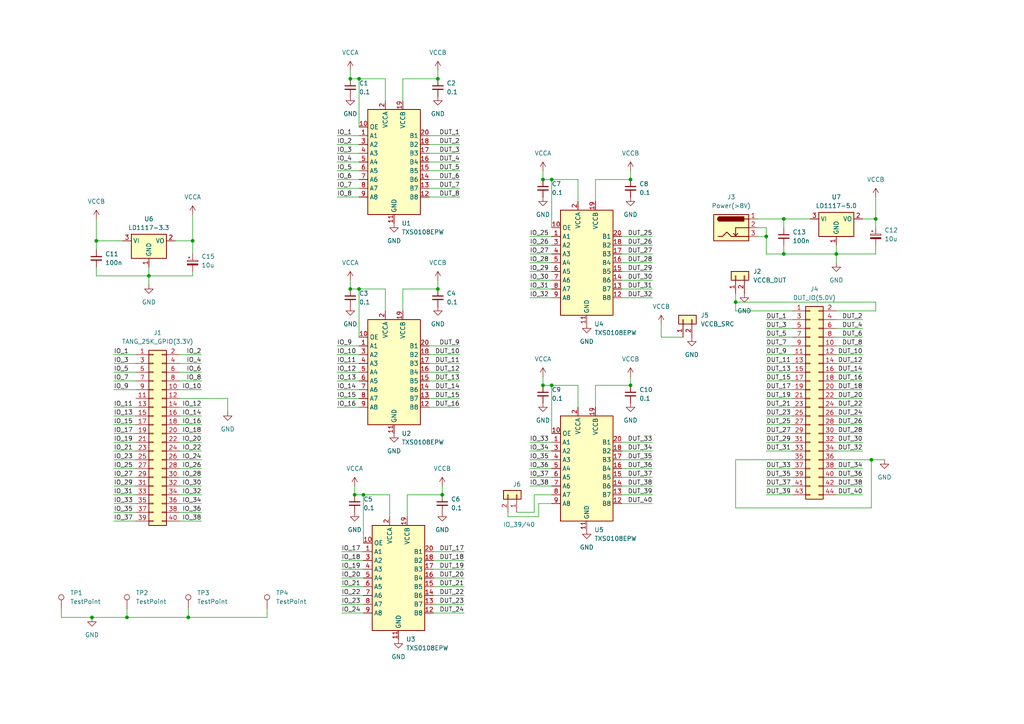
<source format=kicad_sch>
(kicad_sch (version 20231120) (generator "eeschema") (generator_version "8.0")
  (paper "A4")
  (lib_symbols
    (symbol "Connector:Barrel_Jack_Switch_Pin3Ring" (pin_names hide)
      (property "Reference" "J" (at 0 5.334 0))
      (property "Value" "Barrel_Jack_Switch_Pin3Ring" (at 0 -5.08 0))
      (symbol "Barrel_Jack_Switch_Pin3Ring_1_1"
        (pin passive line (at 7.62 2.54 180) (length 2.54) (name "~") (number "1"))
        (pin passive line (at 7.62 0 180) (length 2.54) (name "~") (number "2"))
        (pin passive line (at 7.62 -2.54 180) (length 2.54) (name "~") (number "3"))
      )
    )
    (symbol "Connector:TestPoint" (pin_numbers hide) (pin_names (offset 0.762) hide)
      (property "Reference" "TP" (at 0 6.858 0))
      (property "Value" "TestPoint" (at 0 5.08 0))
      (symbol "TestPoint_1_1"
        (pin passive line (at 0 0 90) (length 2.54) (name "1") (number "1"))
      )
    )
    (symbol "Connector_Generic:Conn_01x02" (pin_names (offset 1.016) hide)
      (property "Reference" "J" (at 0 2.54 0))
      (property "Value" "Conn_01x02" (at 0 -5.08 0))
      (symbol "Conn_01x02_1_1"
        (pin passive line (at -5.08 0 0) (length 3.81) (name "Pin_1") (number "1"))
        (pin passive line (at -5.08 -2.54 0) (length 3.81) (name "Pin_2") (number "2"))
      )
    )
    (symbol "Connector_Generic:Conn_02x20_Odd_Even" (pin_names (offset 1.016) hide)
      (property "Reference" "J" (at 1.27 25.4 0))
      (property "Value" "Conn_02x20_Odd_Even" (at 1.27 -27.94 0))
      (symbol "Conn_02x20_Odd_Even_1_1"
        (pin passive line (at -5.08 22.86 0) (length 3.81) (name "Pin_1") (number "1"))
        (pin passive line (at 7.62 12.7 180) (length 3.81) (name "Pin_10") (number "10"))
        (pin passive line (at -5.08 10.16 0) (length 3.81) (name "Pin_11") (number "11"))
        (pin passive line (at 7.62 10.16 180) (length 3.81) (name "Pin_12") (number "12"))
        (pin passive line (at -5.08 7.62 0) (length 3.81) (name "Pin_13") (number "13"))
        (pin passive line (at 7.62 7.62 180) (length 3.81) (name "Pin_14") (number "14"))
        (pin passive line (at -5.08 5.08 0) (length 3.81) (name "Pin_15") (number "15"))
        (pin passive line (at 7.62 5.08 180) (length 3.81) (name "Pin_16") (number "16"))
        (pin passive line (at -5.08 2.54 0) (length 3.81) (name "Pin_17") (number "17"))
        (pin passive line (at 7.62 2.54 180) (length 3.81) (name "Pin_18") (number "18"))
        (pin passive line (at -5.08 0 0) (length 3.81) (name "Pin_19") (number "19"))
        (pin passive line (at 7.62 22.86 180) (length 3.81) (name "Pin_2") (number "2"))
        (pin passive line (at 7.62 0 180) (length 3.81) (name "Pin_20") (number "20"))
        (pin passive line (at -5.08 -2.54 0) (length 3.81) (name "Pin_21") (number "21"))
        (pin passive line (at 7.62 -2.54 180) (length 3.81) (name "Pin_22") (number "22"))
        (pin passive line (at -5.08 -5.08 0) (length 3.81) (name "Pin_23") (number "23"))
        (pin passive line (at 7.62 -5.08 180) (length 3.81) (name "Pin_24") (number "24"))
        (pin passive line (at -5.08 -7.62 0) (length 3.81) (name "Pin_25") (number "25"))
        (pin passive line (at 7.62 -7.62 180) (length 3.81) (name "Pin_26") (number "26"))
        (pin passive line (at -5.08 -10.16 0) (length 3.81) (name "Pin_27") (number "27"))
        (pin passive line (at 7.62 -10.16 180) (length 3.81) (name "Pin_28") (number "28"))
        (pin passive line (at -5.08 -12.7 0) (length 3.81) (name "Pin_29") (number "29"))
        (pin passive line (at -5.08 20.32 0) (length 3.81) (name "Pin_3") (number "3"))
        (pin passive line (at 7.62 -12.7 180) (length 3.81) (name "Pin_30") (number "30"))
        (pin passive line (at -5.08 -15.24 0) (length 3.81) (name "Pin_31") (number "31"))
        (pin passive line (at 7.62 -15.24 180) (length 3.81) (name "Pin_32") (number "32"))
        (pin passive line (at -5.08 -17.78 0) (length 3.81) (name "Pin_33") (number "33"))
        (pin passive line (at 7.62 -17.78 180) (length 3.81) (name "Pin_34") (number "34"))
        (pin passive line (at -5.08 -20.32 0) (length 3.81) (name "Pin_35") (number "35"))
        (pin passive line (at 7.62 -20.32 180) (length 3.81) (name "Pin_36") (number "36"))
        (pin passive line (at -5.08 -22.86 0) (length 3.81) (name "Pin_37") (number "37"))
        (pin passive line (at 7.62 -22.86 180) (length 3.81) (name "Pin_38") (number "38"))
        (pin passive line (at -5.08 -25.4 0) (length 3.81) (name "Pin_39") (number "39"))
        (pin passive line (at 7.62 20.32 180) (length 3.81) (name "Pin_4") (number "4"))
        (pin passive line (at 7.62 -25.4 180) (length 3.81) (name "Pin_40") (number "40"))
        (pin passive line (at -5.08 17.78 0) (length 3.81) (name "Pin_5") (number "5"))
        (pin passive line (at 7.62 17.78 180) (length 3.81) (name "Pin_6") (number "6"))
        (pin passive line (at -5.08 15.24 0) (length 3.81) (name "Pin_7") (number "7"))
        (pin passive line (at 7.62 15.24 180) (length 3.81) (name "Pin_8") (number "8"))
        (pin passive line (at -5.08 12.7 0) (length 3.81) (name "Pin_9") (number "9"))
      )
    )
    (symbol "Connector_Generic:Conn_02x22_Odd_Even" (pin_names (offset 1.016) hide)
      (property "Reference" "J" (at 1.27 27.94 0))
      (property "Value" "Conn_02x22_Odd_Even" (at 1.27 -30.48 0))
      (symbol "Conn_02x22_Odd_Even_1_1"
        (pin passive line (at -5.08 25.4 0) (length 3.81) (name "Pin_1") (number "1"))
        (pin passive line (at 7.62 15.24 180) (length 3.81) (name "Pin_10") (number "10"))
        (pin passive line (at -5.08 12.7 0) (length 3.81) (name "Pin_11") (number "11"))
        (pin passive line (at 7.62 12.7 180) (length 3.81) (name "Pin_12") (number "12"))
        (pin passive line (at -5.08 10.16 0) (length 3.81) (name "Pin_13") (number "13"))
        (pin passive line (at 7.62 10.16 180) (length 3.81) (name "Pin_14") (number "14"))
        (pin passive line (at -5.08 7.62 0) (length 3.81) (name "Pin_15") (number "15"))
        (pin passive line (at 7.62 7.62 180) (length 3.81) (name "Pin_16") (number "16"))
        (pin passive line (at -5.08 5.08 0) (length 3.81) (name "Pin_17") (number "17"))
        (pin passive line (at 7.62 5.08 180) (length 3.81) (name "Pin_18") (number "18"))
        (pin passive line (at -5.08 2.54 0) (length 3.81) (name "Pin_19") (number "19"))
        (pin passive line (at 7.62 25.4 180) (length 3.81) (name "Pin_2") (number "2"))
        (pin passive line (at 7.62 2.54 180) (length 3.81) (name "Pin_20") (number "20"))
        (pin passive line (at -5.08 0 0) (length 3.81) (name "Pin_21") (number "21"))
        (pin passive line (at 7.62 0 180) (length 3.81) (name "Pin_22") (number "22"))
        (pin passive line (at -5.08 -2.54 0) (length 3.81) (name "Pin_23") (number "23"))
        (pin passive line (at 7.62 -2.54 180) (length 3.81) (name "Pin_24") (number "24"))
        (pin passive line (at -5.08 -5.08 0) (length 3.81) (name "Pin_25") (number "25"))
        (pin passive line (at 7.62 -5.08 180) (length 3.81) (name "Pin_26") (number "26"))
        (pin passive line (at -5.08 -7.62 0) (length 3.81) (name "Pin_27") (number "27"))
        (pin passive line (at 7.62 -7.62 180) (length 3.81) (name "Pin_28") (number "28"))
        (pin passive line (at -5.08 -10.16 0) (length 3.81) (name "Pin_29") (number "29"))
        (pin passive line (at -5.08 22.86 0) (length 3.81) (name "Pin_3") (number "3"))
        (pin passive line (at 7.62 -10.16 180) (length 3.81) (name "Pin_30") (number "30"))
        (pin passive line (at -5.08 -12.7 0) (length 3.81) (name "Pin_31") (number "31"))
        (pin passive line (at 7.62 -12.7 180) (length 3.81) (name "Pin_32") (number "32"))
        (pin passive line (at -5.08 -15.24 0) (length 3.81) (name "Pin_33") (number "33"))
        (pin passive line (at 7.62 -15.24 180) (length 3.81) (name "Pin_34") (number "34"))
        (pin passive line (at -5.08 -17.78 0) (length 3.81) (name "Pin_35") (number "35"))
        (pin passive line (at 7.62 -17.78 180) (length 3.81) (name "Pin_36") (number "36"))
        (pin passive line (at -5.08 -20.32 0) (length 3.81) (name "Pin_37") (number "37"))
        (pin passive line (at 7.62 -20.32 180) (length 3.81) (name "Pin_38") (number "38"))
        (pin passive line (at -5.08 -22.86 0) (length 3.81) (name "Pin_39") (number "39"))
        (pin passive line (at 7.62 22.86 180) (length 3.81) (name "Pin_4") (number "4"))
        (pin passive line (at 7.62 -22.86 180) (length 3.81) (name "Pin_40") (number "40"))
        (pin passive line (at -5.08 -25.4 0) (length 3.81) (name "Pin_41") (number "41"))
        (pin passive line (at 7.62 -25.4 180) (length 3.81) (name "Pin_42") (number "42"))
        (pin passive line (at -5.08 -27.94 0) (length 3.81) (name "Pin_43") (number "43"))
        (pin passive line (at 7.62 -27.94 180) (length 3.81) (name "Pin_44") (number "44"))
        (pin passive line (at -5.08 20.32 0) (length 3.81) (name "Pin_5") (number "5"))
        (pin passive line (at 7.62 20.32 180) (length 3.81) (name "Pin_6") (number "6"))
        (pin passive line (at -5.08 17.78 0) (length 3.81) (name "Pin_7") (number "7"))
        (pin passive line (at 7.62 17.78 180) (length 3.81) (name "Pin_8") (number "8"))
        (pin passive line (at -5.08 15.24 0) (length 3.81) (name "Pin_9") (number "9"))
      )
    )
    (symbol "Device:C_Polarized_Small" (pin_numbers hide) (pin_names (offset 0.254) hide)
      (property "Reference" "C" (at 0.254 1.778 0))
      (property "Value" "C_Polarized_Small" (at 0.254 -2.032 0))
      (symbol "C_Polarized_Small_1_1"
        (pin passive line (at 0 2.54 270) (length 1.8542) (name "~") (number "1"))
        (pin passive line (at 0 -2.54 90) (length 1.8542) (name "~") (number "2"))
      )
    )
    (symbol "Device:C_Small" (pin_numbers hide) (pin_names (offset 0.254) hide)
      (property "Reference" "C" (at 0.254 1.778 0))
      (property "Value" "C_Small" (at 0.254 -2.032 0))
      (symbol "C_Small_1_1"
        (pin passive line (at 0 2.54 270) (length 2.032) (name "~") (number "1"))
        (pin passive line (at 0 -2.54 90) (length 2.032) (name "~") (number "2"))
      )
    )
    (symbol "Logic_LevelTranslator:TXS0108EPW"
      (property "Reference" "U" (at -6.35 16.51 0))
      (property "Value" "TXS0108EPW" (at 3.81 16.51 0))
      (symbol "TXS0108EPW_1_1"
        (pin bidirectional line (at -10.16 7.62 0) (length 2.54) (name "A1") (number "1"))
        (pin input line (at -10.16 10.16 0) (length 2.54) (name "OE") (number "10"))
        (pin power_in line (at 0 -17.78 90) (length 2.54) (name "GND") (number "11"))
        (pin bidirectional line (at 10.16 -10.16 180) (length 2.54) (name "B8") (number "12"))
        (pin bidirectional line (at 10.16 -7.62 180) (length 2.54) (name "B7") (number "13"))
        (pin bidirectional line (at 10.16 -5.08 180) (length 2.54) (name "B6") (number "14"))
        (pin bidirectional line (at 10.16 -2.54 180) (length 2.54) (name "B5") (number "15"))
        (pin bidirectional line (at 10.16 0 180) (length 2.54) (name "B4") (number "16"))
        (pin bidirectional line (at 10.16 2.54 180) (length 2.54) (name "B3") (number "17"))
        (pin bidirectional line (at 10.16 5.08 180) (length 2.54) (name "B2") (number "18"))
        (pin power_in line (at 2.54 17.78 270) (length 2.54) (name "VCCB") (number "19"))
        (pin power_in line (at -2.54 17.78 270) (length 2.54) (name "VCCA") (number "2"))
        (pin bidirectional line (at 10.16 7.62 180) (length 2.54) (name "B1") (number "20"))
        (pin bidirectional line (at -10.16 5.08 0) (length 2.54) (name "A2") (number "3"))
        (pin bidirectional line (at -10.16 2.54 0) (length 2.54) (name "A3") (number "4"))
        (pin bidirectional line (at -10.16 0 0) (length 2.54) (name "A4") (number "5"))
        (pin bidirectional line (at -10.16 -2.54 0) (length 2.54) (name "A5") (number "6"))
        (pin bidirectional line (at -10.16 -5.08 0) (length 2.54) (name "A6") (number "7"))
        (pin bidirectional line (at -10.16 -7.62 0) (length 2.54) (name "A7") (number "8"))
        (pin bidirectional line (at -10.16 -10.16 0) (length 2.54) (name "A8") (number "9"))
      )
    )
    (symbol "Regulator_Linear:LD1117S33TR_SOT223"
      (property "Reference" "U" (at -3.81 3.175 0))
      (property "Value" "LD1117S33TR_SOT223" (at 0 3.175 0))
      (symbol "LD1117S33TR_SOT223_1_1"
        (pin power_in line (at 0 -7.62 90) (length 2.54) (name "GND") (number "1"))
        (pin power_out line (at 7.62 0 180) (length 2.54) (name "VO") (number "2"))
        (pin power_in line (at -7.62 0 0) (length 2.54) (name "VI") (number "3"))
      )
    )
    (symbol "Regulator_Linear:LD1117S50TR_SOT223"
      (property "Reference" "U" (at -3.81 3.175 0))
      (property "Value" "LD1117S50TR_SOT223" (at 0 3.175 0))
      (symbol "LD1117S50TR_SOT223_1_1"
        (pin power_in line (at 0 -7.62 90) (length 2.54) (name "GND") (number "1"))
        (pin power_out line (at 7.62 0 180) (length 2.54) (name "VO") (number "2"))
        (pin power_in line (at -7.62 0 0) (length 2.54) (name "VI") (number "3"))
      )
    )
    (symbol "power:GND" (power) (pin_numbers hide) (pin_names (offset 0) hide)
      (property "Value" "GND" (at 0 -3.81 0))
      (symbol "GND_1_1"
        (pin power_in line (at 0 0 270) (length 0) (name "~") (number "1"))
      )
    )
    (symbol "power:VDD" (power) (pin_numbers hide) (pin_names (offset 0) hide)
      (property "Value" "VDD" (at 0 3.556 0))
      (symbol "VDD_1_1"
        (pin power_in line (at 0 0 90) (length 0) (name "~") (number "1"))
      )
    )
  )
  (junction (at 160.02 52.07))
  (junction (at 157.48 111.76))
  (junction (at 101.6 83.82))
  (junction (at 104.14 83.82))
  (junction (at 101.6 22.86))
  (junction (at 127 22.86))
  (junction (at 182.88 52.07))
  (junction (at 43.18 80.01))
  (junction (at 160.02 111.76))
  (junction (at 222.25 68.58))
  (junction (at 128.27 143.51))
  (junction (at 27.94 69.85))
  (junction (at 227.33 73.66))
  (junction (at 252.73 133.35))
  (junction (at 26.67 179.07))
  (junction (at 182.88 111.76))
  (junction (at 36.83 179.07))
  (junction (at 105.41 143.51))
  (junction (at 54.61 179.07))
  (junction (at 254 63.5))
  (junction (at 157.48 52.07))
  (junction (at 242.57 73.66))
  (junction (at 127 83.82))
  (junction (at 104.14 22.86))
  (junction (at 102.87 143.51))
  (junction (at 213.36 87.63))
  (junction (at 227.33 63.5))
  (junction (at 55.88 69.85))
  (wire (pts (xy 33.02 138.43) (xy 39.37 138.43)))
  (wire (pts (xy 97.79 54.61) (xy 104.14 54.61)))
  (wire (pts (xy 125.73 162.56) (xy 134.62 162.56)))
  (wire (pts (xy 52.07 143.51) (xy 58.42 143.51)))
  (wire (pts (xy 242.57 95.25) (xy 250.19 95.25)))
  (wire (pts (xy 222.25 140.97) (xy 229.87 140.97)))
  (wire (pts (xy 180.34 81.28) (xy 189.23 81.28)))
  (wire (pts (xy 153.67 68.58) (xy 160.02 68.58)))
  (wire (pts (xy 124.46 54.61) (xy 133.35 54.61)))
  (wire (pts (xy 147.32 148.59) (xy 147.32 149.86)))
  (wire (pts (xy 182.88 109.22) (xy 182.88 111.76)))
  (wire (pts (xy 52.07 148.59) (xy 58.42 148.59)))
  (wire (pts (xy 111.76 90.17) (xy 111.76 83.82)))
  (wire (pts (xy 160.02 52.07) (xy 157.48 52.07)))
  (wire (pts (xy 52.07 133.35) (xy 58.42 133.35)))
  (wire (pts (xy 52.07 151.13) (xy 58.42 151.13)))
  (wire (pts (xy 33.02 146.05) (xy 39.37 146.05)))
  (wire (pts (xy 125.73 165.1) (xy 134.62 165.1)))
  (wire (pts (xy 222.25 138.43) (xy 229.87 138.43)))
  (wire (pts (xy 180.34 83.82) (xy 189.23 83.82)))
  (wire (pts (xy 167.64 52.07) (xy 160.02 52.07)))
  (wire (pts (xy 116.84 83.82) (xy 127 83.82)))
  (wire (pts (xy 127 20.32) (xy 127 22.86)))
  (wire (pts (xy 52.07 146.05) (xy 58.42 146.05)))
  (wire (pts (xy 213.36 147.32) (xy 252.73 147.32)))
  (wire (pts (xy 153.67 71.12) (xy 160.02 71.12)))
  (wire (pts (xy 229.87 133.35) (xy 213.36 133.35)))
  (wire (pts (xy 116.84 90.17) (xy 116.84 83.82)))
  (wire (pts (xy 97.79 107.95) (xy 104.14 107.95)))
  (wire (pts (xy 222.25 118.11) (xy 229.87 118.11)))
  (wire (pts (xy 50.8 69.85) (xy 55.88 69.85)))
  (wire (pts (xy 35.56 69.85) (xy 27.94 69.85)))
  (wire (pts (xy 124.46 100.33) (xy 133.35 100.33)))
  (wire (pts (xy 254 73.66) (xy 254 71.12)))
  (wire (pts (xy 180.34 128.27) (xy 189.23 128.27)))
  (wire (pts (xy 33.02 143.51) (xy 39.37 143.51)))
  (wire (pts (xy 180.34 133.35) (xy 189.23 133.35)))
  (wire (pts (xy 33.02 148.59) (xy 39.37 148.59)))
  (wire (pts (xy 52.07 138.43) (xy 58.42 138.43)))
  (wire (pts (xy 52.07 130.81) (xy 58.42 130.81)))
  (wire (pts (xy 222.25 105.41) (xy 229.87 105.41)))
  (wire (pts (xy 222.25 113.03) (xy 229.87 113.03)))
  (wire (pts (xy 222.25 100.33) (xy 229.87 100.33)))
  (wire (pts (xy 180.34 138.43) (xy 189.23 138.43)))
  (wire (pts (xy 36.83 179.07) (xy 26.67 179.07)))
  (wire (pts (xy 180.34 140.97) (xy 189.23 140.97)))
  (wire (pts (xy 242.57 107.95) (xy 250.19 107.95)))
  (wire (pts (xy 222.25 120.65) (xy 229.87 120.65)))
  (wire (pts (xy 97.79 100.33) (xy 104.14 100.33)))
  (wire (pts (xy 153.67 140.97) (xy 160.02 140.97)))
  (wire (pts (xy 97.79 115.57) (xy 104.14 115.57)))
  (wire (pts (xy 99.06 160.02) (xy 105.41 160.02)))
  (wire (pts (xy 153.67 73.66) (xy 160.02 73.66)))
  (wire (pts (xy 55.88 62.23) (xy 55.88 69.85)))
  (wire (pts (xy 180.34 86.36) (xy 189.23 86.36)))
  (wire (pts (xy 222.25 107.95) (xy 229.87 107.95)))
  (wire (pts (xy 33.02 118.11) (xy 39.37 118.11)))
  (wire (pts (xy 156.21 146.05) (xy 156.21 149.86)))
  (wire (pts (xy 219.71 68.58) (xy 222.25 68.58)))
  (wire (pts (xy 125.73 172.72) (xy 134.62 172.72)))
  (wire (pts (xy 242.57 130.81) (xy 250.19 130.81)))
  (wire (pts (xy 242.57 76.2) (xy 242.57 73.66)))
  (wire (pts (xy 222.25 97.79) (xy 229.87 97.79)))
  (wire (pts (xy 213.36 133.35) (xy 213.36 147.32)))
  (wire (pts (xy 111.76 29.21) (xy 111.76 22.86)))
  (wire (pts (xy 242.57 138.43) (xy 250.19 138.43)))
  (wire (pts (xy 36.83 179.07) (xy 54.61 179.07)))
  (wire (pts (xy 97.79 39.37) (xy 104.14 39.37)))
  (wire (pts (xy 157.48 109.22) (xy 157.48 111.76)))
  (wire (pts (xy 222.25 102.87) (xy 229.87 102.87)))
  (wire (pts (xy 101.6 20.32) (xy 101.6 22.86)))
  (wire (pts (xy 160.02 111.76) (xy 160.02 125.73)))
  (wire (pts (xy 33.02 133.35) (xy 39.37 133.35)))
  (wire (pts (xy 97.79 105.41) (xy 104.14 105.41)))
  (wire (pts (xy 55.88 80.01) (xy 55.88 78.74)))
  (wire (pts (xy 77.47 179.07) (xy 77.47 176.53)))
  (wire (pts (xy 99.06 167.64) (xy 105.41 167.64)))
  (wire (pts (xy 219.71 66.04) (xy 222.25 66.04)))
  (wire (pts (xy 52.07 128.27) (xy 58.42 128.27)))
  (wire (pts (xy 222.25 128.27) (xy 229.87 128.27)))
  (wire (pts (xy 153.67 130.81) (xy 160.02 130.81)))
  (wire (pts (xy 97.79 44.45) (xy 104.14 44.45)))
  (wire (pts (xy 153.67 133.35) (xy 160.02 133.35)))
  (wire (pts (xy 222.25 125.73) (xy 229.87 125.73)))
  (wire (pts (xy 242.57 92.71) (xy 250.19 92.71)))
  (wire (pts (xy 254 57.15) (xy 254 63.5)))
  (wire (pts (xy 156.21 149.86) (xy 147.32 149.86)))
  (wire (pts (xy 222.25 143.51) (xy 229.87 143.51)))
  (wire (pts (xy 33.02 123.19) (xy 39.37 123.19)))
  (wire (pts (xy 222.25 68.58) (xy 222.25 73.66)))
  (wire (pts (xy 242.57 118.11) (xy 250.19 118.11)))
  (wire (pts (xy 97.79 49.53) (xy 104.14 49.53)))
  (wire (pts (xy 125.73 177.8) (xy 134.62 177.8)))
  (wire (pts (xy 167.64 118.11) (xy 167.64 111.76)))
  (wire (pts (xy 154.94 148.59) (xy 149.86 148.59)))
  (wire (pts (xy 52.07 115.57) (xy 66.04 115.57)))
  (wire (pts (xy 124.46 57.15) (xy 133.35 57.15)))
  (wire (pts (xy 160.02 52.07) (xy 160.02 66.04)))
  (wire (pts (xy 27.94 77.47) (xy 27.94 80.01)))
  (wire (pts (xy 180.34 76.2) (xy 189.23 76.2)))
  (wire (pts (xy 242.57 140.97) (xy 250.19 140.97)))
  (wire (pts (xy 222.25 115.57) (xy 229.87 115.57)))
  (wire (pts (xy 180.34 71.12) (xy 189.23 71.12)))
  (wire (pts (xy 222.25 110.49) (xy 229.87 110.49)))
  (wire (pts (xy 97.79 102.87) (xy 104.14 102.87)))
  (wire (pts (xy 33.02 125.73) (xy 39.37 125.73)))
  (wire (pts (xy 97.79 52.07) (xy 104.14 52.07)))
  (wire (pts (xy 213.36 87.63) (xy 213.36 90.17)))
  (wire (pts (xy 124.46 113.03) (xy 133.35 113.03)))
  (wire (pts (xy 99.06 162.56) (xy 105.41 162.56)))
  (wire (pts (xy 242.57 143.51) (xy 250.19 143.51)))
  (wire (pts (xy 99.06 177.8) (xy 105.41 177.8)))
  (wire (pts (xy 33.02 151.13) (xy 39.37 151.13)))
  (wire (pts (xy 252.73 147.32) (xy 252.73 133.35)))
  (wire (pts (xy 33.02 110.49) (xy 39.37 110.49)))
  (wire (pts (xy 172.72 111.76) (xy 182.88 111.76)))
  (wire (pts (xy 222.25 123.19) (xy 229.87 123.19)))
  (wire (pts (xy 113.03 143.51) (xy 105.41 143.51)))
  (wire (pts (xy 127 81.28) (xy 127 83.82)))
  (wire (pts (xy 125.73 160.02) (xy 134.62 160.02)))
  (wire (pts (xy 222.25 66.04) (xy 222.25 68.58)))
  (wire (pts (xy 97.79 118.11) (xy 104.14 118.11)))
  (wire (pts (xy 33.02 120.65) (xy 39.37 120.65)))
  (wire (pts (xy 52.07 120.65) (xy 58.42 120.65)))
  (wire (pts (xy 125.73 170.18) (xy 134.62 170.18)))
  (wire (pts (xy 160.02 111.76) (xy 157.48 111.76)))
  (wire (pts (xy 242.57 100.33) (xy 250.19 100.33)))
  (wire (pts (xy 52.07 113.03) (xy 58.42 113.03)))
  (wire (pts (xy 153.67 76.2) (xy 160.02 76.2)))
  (wire (pts (xy 124.46 52.07) (xy 133.35 52.07)))
  (wire (pts (xy 99.06 165.1) (xy 105.41 165.1)))
  (wire (pts (xy 102.87 140.97) (xy 102.87 143.51)))
  (wire (pts (xy 55.88 69.85) (xy 55.88 73.66)))
  (wire (pts (xy 111.76 83.82) (xy 104.14 83.82)))
  (wire (pts (xy 242.57 90.17) (xy 254 90.17)))
  (wire (pts (xy 153.67 83.82) (xy 160.02 83.82)))
  (wire (pts (xy 124.46 46.99) (xy 133.35 46.99)))
  (wire (pts (xy 54.61 179.07) (xy 77.47 179.07)))
  (wire (pts (xy 160.02 146.05) (xy 156.21 146.05)))
  (wire (pts (xy 52.07 105.41) (xy 58.42 105.41)))
  (wire (pts (xy 99.06 170.18) (xy 105.41 170.18)))
  (wire (pts (xy 105.41 143.51) (xy 102.87 143.51)))
  (wire (pts (xy 213.36 85.09) (xy 213.36 87.63)))
  (wire (pts (xy 242.57 97.79) (xy 250.19 97.79)))
  (wire (pts (xy 242.57 123.19) (xy 250.19 123.19)))
  (wire (pts (xy 116.84 29.21) (xy 116.84 22.86)))
  (wire (pts (xy 167.64 111.76) (xy 160.02 111.76)))
  (wire (pts (xy 124.46 102.87) (xy 133.35 102.87)))
  (wire (pts (xy 124.46 39.37) (xy 133.35 39.37)))
  (wire (pts (xy 180.34 78.74) (xy 189.23 78.74)))
  (wire (pts (xy 242.57 135.89) (xy 250.19 135.89)))
  (wire (pts (xy 97.79 46.99) (xy 104.14 46.99)))
  (wire (pts (xy 222.25 92.71) (xy 229.87 92.71)))
  (wire (pts (xy 180.34 68.58) (xy 189.23 68.58)))
  (wire (pts (xy 153.67 81.28) (xy 160.02 81.28)))
  (wire (pts (xy 17.78 176.53) (xy 17.78 179.07)))
  (wire (pts (xy 182.88 49.53) (xy 182.88 52.07)))
  (wire (pts (xy 33.02 113.03) (xy 39.37 113.03)))
  (wire (pts (xy 43.18 80.01) (xy 43.18 77.47)))
  (wire (pts (xy 97.79 41.91) (xy 104.14 41.91)))
  (wire (pts (xy 153.67 135.89) (xy 160.02 135.89)))
  (wire (pts (xy 180.34 143.51) (xy 189.23 143.51)))
  (wire (pts (xy 154.94 143.51) (xy 154.94 148.59)))
  (wire (pts (xy 153.67 128.27) (xy 160.02 128.27)))
  (wire (pts (xy 52.07 140.97) (xy 58.42 140.97)))
  (wire (pts (xy 242.57 128.27) (xy 250.19 128.27)))
  (wire (pts (xy 52.07 110.49) (xy 58.42 110.49)))
  (wire (pts (xy 172.72 118.11) (xy 172.72 111.76)))
  (wire (pts (xy 33.02 140.97) (xy 39.37 140.97)))
  (wire (pts (xy 180.34 146.05) (xy 189.23 146.05)))
  (wire (pts (xy 27.94 69.85) (xy 27.94 72.39)))
  (wire (pts (xy 254 87.63) (xy 213.36 87.63)))
  (wire (pts (xy 172.72 52.07) (xy 182.88 52.07)))
  (wire (pts (xy 125.73 175.26) (xy 134.62 175.26)))
  (wire (pts (xy 104.14 22.86) (xy 104.14 36.83)))
  (wire (pts (xy 124.46 118.11) (xy 133.35 118.11)))
  (wire (pts (xy 153.67 78.74) (xy 160.02 78.74)))
  (wire (pts (xy 66.04 115.57) (xy 66.04 119.38)))
  (wire (pts (xy 43.18 82.55) (xy 43.18 80.01)))
  (wire (pts (xy 52.07 135.89) (xy 58.42 135.89)))
  (wire (pts (xy 111.76 22.86) (xy 104.14 22.86)))
  (wire (pts (xy 52.07 125.73) (xy 58.42 125.73)))
  (wire (pts (xy 125.73 167.64) (xy 134.62 167.64)))
  (wire (pts (xy 172.72 58.42) (xy 172.72 52.07)))
  (wire (pts (xy 33.02 105.41) (xy 39.37 105.41)))
  (wire (pts (xy 222.25 95.25) (xy 229.87 95.25)))
  (wire (pts (xy 222.25 73.66) (xy 227.33 73.66)))
  (wire (pts (xy 33.02 107.95) (xy 39.37 107.95)))
  (wire (pts (xy 242.57 110.49) (xy 250.19 110.49)))
  (wire (pts (xy 242.57 115.57) (xy 250.19 115.57)))
  (wire (pts (xy 157.48 49.53) (xy 157.48 52.07)))
  (wire (pts (xy 222.25 130.81) (xy 229.87 130.81)))
  (wire (pts (xy 124.46 115.57) (xy 133.35 115.57)))
  (wire (pts (xy 160.02 143.51) (xy 154.94 143.51)))
  (wire (pts (xy 242.57 125.73) (xy 250.19 125.73)))
  (wire (pts (xy 219.71 63.5) (xy 227.33 63.5)))
  (wire (pts (xy 252.73 133.35) (xy 256.54 133.35)))
  (wire (pts (xy 27.94 80.01) (xy 43.18 80.01)))
  (wire (pts (xy 180.34 135.89) (xy 189.23 135.89)))
  (wire (pts (xy 113.03 149.86) (xy 113.03 143.51)))
  (wire (pts (xy 118.11 143.51) (xy 128.27 143.51)))
  (wire (pts (xy 124.46 107.95) (xy 133.35 107.95)))
  (wire (pts (xy 242.57 105.41) (xy 250.19 105.41)))
  (wire (pts (xy 191.77 93.98) (xy 191.77 97.79)))
  (wire (pts (xy 33.02 130.81) (xy 39.37 130.81)))
  (wire (pts (xy 54.61 176.53) (xy 54.61 179.07)))
  (wire (pts (xy 242.57 73.66) (xy 242.57 71.12)))
  (wire (pts (xy 153.67 86.36) (xy 160.02 86.36)))
  (wire (pts (xy 52.07 107.95) (xy 58.42 107.95)))
  (wire (pts (xy 33.02 102.87) (xy 39.37 102.87)))
  (wire (pts (xy 99.06 175.26) (xy 105.41 175.26)))
  (wire (pts (xy 153.67 138.43) (xy 160.02 138.43)))
  (wire (pts (xy 52.07 123.19) (xy 58.42 123.19)))
  (wire (pts (xy 213.36 90.17) (xy 229.87 90.17)))
  (wire (pts (xy 180.34 130.81) (xy 189.23 130.81)))
  (wire (pts (xy 124.46 41.91) (xy 133.35 41.91)))
  (wire (pts (xy 99.06 172.72) (xy 105.41 172.72)))
  (wire (pts (xy 124.46 49.53) (xy 133.35 49.53)))
  (wire (pts (xy 227.33 63.5) (xy 227.33 66.04)))
  (wire (pts (xy 254 63.5) (xy 254 66.04)))
  (wire (pts (xy 52.07 102.87) (xy 58.42 102.87)))
  (wire (pts (xy 128.27 140.97) (xy 128.27 143.51)))
  (wire (pts (xy 250.19 63.5) (xy 254 63.5)))
  (wire (pts (xy 227.33 71.12) (xy 227.33 73.66)))
  (wire (pts (xy 104.14 22.86) (xy 101.6 22.86)))
  (wire (pts (xy 242.57 73.66) (xy 254 73.66)))
  (wire (pts (xy 191.77 97.79) (xy 198.12 97.79)))
  (wire (pts (xy 124.46 105.41) (xy 133.35 105.41)))
  (wire (pts (xy 97.79 57.15) (xy 104.14 57.15)))
  (wire (pts (xy 222.25 135.89) (xy 229.87 135.89)))
  (wire (pts (xy 104.14 83.82) (xy 101.6 83.82)))
  (wire (pts (xy 27.94 63.5) (xy 27.94 69.85)))
  (wire (pts (xy 105.41 143.51) (xy 105.41 157.48)))
  (wire (pts (xy 242.57 133.35) (xy 252.73 133.35)))
  (wire (pts (xy 104.14 83.82) (xy 104.14 97.79)))
  (wire (pts (xy 242.57 120.65) (xy 250.19 120.65)))
  (wire (pts (xy 101.6 81.28) (xy 101.6 83.82)))
  (wire (pts (xy 234.95 63.5) (xy 227.33 63.5)))
  (wire (pts (xy 124.46 110.49) (xy 133.35 110.49)))
  (wire (pts (xy 43.18 80.01) (xy 55.88 80.01)))
  (wire (pts (xy 36.83 176.53) (xy 36.83 179.07)))
  (wire (pts (xy 52.07 118.11) (xy 58.42 118.11)))
  (wire (pts (xy 242.57 102.87) (xy 250.19 102.87)))
  (wire (pts (xy 17.78 179.07) (xy 26.67 179.07)))
  (wire (pts (xy 97.79 113.03) (xy 104.14 113.03)))
  (wire (pts (xy 33.02 128.27) (xy 39.37 128.27)))
  (wire (pts (xy 242.57 113.03) (xy 250.19 113.03)))
  (wire (pts (xy 116.84 22.86) (xy 127 22.86)))
  (wire (pts (xy 97.79 110.49) (xy 104.14 110.49)))
  (wire (pts (xy 124.46 44.45) (xy 133.35 44.45)))
  (wire (pts (xy 227.33 73.66) (xy 242.57 73.66)))
  (wire (pts (xy 254 90.17) (xy 254 87.63)))
  (wire (pts (xy 180.34 73.66) (xy 189.23 73.66)))
  (wire (pts (xy 167.64 58.42) (xy 167.64 52.07)))
  (wire (pts (xy 33.02 135.89) (xy 39.37 135.89)))
  (wire (pts (xy 118.11 149.86) (xy 118.11 143.51)))
  (label "DUT_32" (at 189.23 86.36 180))
  (label "DUT_35" (at 222.25 138.43 0))
  (label "DUT_1" (at 133.35 39.37 180))
  (label "IO_36" (at 153.67 135.89 0))
  (label "DUT_34" (at 189.23 130.81 180))
  (label "DUT_32" (at 250.19 130.81 180))
  (label "IO_13" (at 33.02 120.65 0))
  (label "DUT_11" (at 222.25 105.41 0))
  (label "DUT_40" (at 189.23 146.05 180))
  (label "DUT_5" (at 133.35 49.53 180))
  (label "IO_23" (at 33.02 133.35 0))
  (label "IO_20" (at 58.42 128.27 180))
  (label "IO_7" (at 97.79 54.61 0))
  (label "DUT_14" (at 250.19 107.95 180))
  (label "IO_37" (at 33.02 151.13 0))
  (label "DUT_7" (at 133.35 54.61 180))
  (label "IO_15" (at 97.79 115.57 0))
  (label "DUT_11" (at 133.35 105.41 180))
  (label "IO_26" (at 153.67 71.12 0))
  (label "IO_18" (at 99.06 162.56 0))
  (label "IO_14" (at 97.79 113.03 0))
  (label "IO_31" (at 153.67 83.82 0))
  (label "IO_28" (at 58.42 138.43 180))
  (label "IO_30" (at 153.67 81.28 0))
  (label "DUT_30" (at 250.19 128.27 180))
  (label "IO_11" (at 33.02 118.11 0))
  (label "IO_3" (at 97.79 44.45 0))
  (label "DUT_25" (at 189.23 68.58 180))
  (label "IO_18" (at 58.42 125.73 180))
  (label "DUT_3" (at 133.35 44.45 180))
  (label "IO_2" (at 97.79 41.91 0))
  (label "DUT_15" (at 133.35 115.57 180))
  (label "DUT_14" (at 133.35 113.03 180))
  (label "DUT_17" (at 222.25 113.03 0))
  (label "DUT_15" (at 222.25 110.49 0))
  (label "IO_21" (at 33.02 130.81 0))
  (label "DUT_25" (at 222.25 123.19 0))
  (label "IO_35" (at 153.67 133.35 0))
  (label "DUT_19" (at 222.25 115.57 0))
  (label "DUT_28" (at 250.19 125.73 180))
  (label "IO_37" (at 153.67 138.43 0))
  (label "IO_29" (at 33.02 140.97 0))
  (label "DUT_6" (at 133.35 52.07 180))
  (label "IO_10" (at 58.42 113.03 180))
  (label "IO_4" (at 58.42 105.41 180))
  (label "DUT_18" (at 250.19 113.03 180))
  (label "IO_32" (at 58.42 143.51 180))
  (label "DUT_10" (at 250.19 102.87 180))
  (label "DUT_5" (at 222.25 97.79 0))
  (label "DUT_22" (at 134.62 172.72 180))
  (label "DUT_8" (at 250.19 100.33 180))
  (label "DUT_24" (at 134.62 177.8 180))
  (label "DUT_36" (at 189.23 135.89 180))
  (label "IO_5" (at 33.02 107.95 0))
  (label "IO_28" (at 153.67 76.2 0))
  (label "DUT_39" (at 222.25 143.51 0))
  (label "IO_36" (at 58.42 148.59 180))
  (label "DUT_19" (at 134.62 165.1 180))
  (label "DUT_3" (at 222.25 95.25 0))
  (label "IO_8" (at 58.42 110.49 180))
  (label "DUT_9" (at 222.25 102.87 0))
  (label "DUT_31" (at 222.25 130.81 0))
  (label "IO_31" (at 33.02 143.51 0))
  (label "DUT_26" (at 250.19 123.19 180))
  (label "IO_14" (at 58.42 120.65 180))
  (label "IO_4" (at 97.79 46.99 0))
  (label "IO_1" (at 33.02 102.87 0))
  (label "IO_5" (at 97.79 49.53 0))
  (label "DUT_36" (at 250.19 138.43 180))
  (label "IO_1" (at 97.79 39.37 0))
  (label "IO_9" (at 33.02 113.03 0))
  (label "DUT_23" (at 134.62 175.26 180))
  (label "DUT_27" (at 222.25 125.73 0))
  (label "DUT_13" (at 222.25 107.95 0))
  (label "IO_26" (at 58.42 135.89 180))
  (label "IO_16" (at 58.42 123.19 180))
  (label "DUT_27" (at 189.23 73.66 180))
  (label "DUT_20" (at 134.62 167.64 180))
  (label "DUT_29" (at 189.23 78.74 180))
  (label "IO_19" (at 99.06 165.1 0))
  (label "IO_25" (at 153.67 68.58 0))
  (label "DUT_1" (at 222.25 92.71 0))
  (label "DUT_10" (at 133.35 102.87 180))
  (label "IO_15" (at 33.02 123.19 0))
  (label "DUT_12" (at 133.35 107.95 180))
  (label "DUT_2" (at 250.19 92.71 180))
  (label "DUT_33" (at 189.23 128.27 180))
  (label "DUT_16" (at 133.35 118.11 180))
  (label "IO_20" (at 99.06 167.64 0))
  (label "IO_3" (at 33.02 105.41 0))
  (label "DUT_23" (at 222.25 120.65 0))
  (label "IO_6" (at 97.79 52.07 0))
  (label "IO_30" (at 58.42 140.97 180))
  (label "IO_35" (at 33.02 148.59 0))
  (label "IO_21" (at 99.06 170.18 0))
  (label "DUT_40" (at 250.19 143.51 180))
  (label "IO_38" (at 58.42 151.13 180))
  (label "IO_33" (at 33.02 146.05 0))
  (label "IO_8" (at 97.79 57.15 0))
  (label "IO_7" (at 33.02 110.49 0))
  (label "IO_22" (at 58.42 130.81 180))
  (label "IO_12" (at 97.79 107.95 0))
  (label "IO_10" (at 97.79 102.87 0))
  (label "DUT_31" (at 189.23 83.82 180))
  (label "DUT_38" (at 250.19 140.97 180))
  (label "DUT_21" (at 222.25 118.11 0))
  (label "DUT_35" (at 189.23 133.35 180))
  (label "IO_6" (at 58.42 107.95 180))
  (label "IO_29" (at 153.67 78.74 0))
  (label "DUT_17" (at 134.62 160.02 180))
  (label "DUT_13" (at 133.35 110.49 180))
  (label "DUT_26" (at 189.23 71.12 180))
  (label "DUT_9" (at 133.35 100.33 180))
  (label "IO_23" (at 99.06 175.26 0))
  (label "IO_32" (at 153.67 86.36 0))
  (label "IO_24" (at 99.06 177.8 0))
  (label "IO_13" (at 97.79 110.49 0))
  (label "IO_38" (at 153.67 140.97 0))
  (label "DUT_2" (at 133.35 41.91 180))
  (label "DUT_7" (at 222.25 100.33 0))
  (label "DUT_38" (at 189.23 140.97 180))
  (label "IO_34" (at 153.67 130.81 0))
  (label "IO_33" (at 153.67 128.27 0))
  (label "IO_34" (at 58.42 146.05 180))
  (label "IO_27" (at 33.02 138.43 0))
  (label "DUT_34" (at 250.19 135.89 180))
  (label "IO_27" (at 153.67 73.66 0))
  (label "IO_22" (at 99.06 172.72 0))
  (label "DUT_37" (at 189.23 138.43 180))
  (label "DUT_12" (at 250.19 105.41 180))
  (label "DUT_37" (at 222.25 140.97 0))
  (label "DUT_30" (at 189.23 81.28 180))
  (label "DUT_22" (at 250.19 118.11 180))
  (label "DUT_4" (at 250.19 95.25 180))
  (label "IO_24" (at 58.42 133.35 180))
  (label "IO_11" (at 97.79 105.41 0))
  (label "DUT_33" (at 222.25 135.89 0))
  (label "DUT_4" (at 133.35 46.99 180))
  (label "DUT_8" (at 133.35 57.15 180))
  (label "DUT_29" (at 222.25 128.27 0))
  (label "IO_12" (at 58.42 118.11 180))
  (label "IO_16" (at 97.79 118.11 0))
  (label "IO_25" (at 33.02 135.89 0))
  (label "DUT_18" (at 134.62 162.56 180))
  (label "IO_2" (at 58.42 102.87 180))
  (label "DUT_21" (at 134.62 170.18 180))
  (label "DUT_6" (at 250.19 97.79 180))
  (label "DUT_24" (at 250.19 120.65 180))
  (label "IO_9" (at 97.79 100.33 0))
  (label "IO_17" (at 33.02 125.73 0))
  (label "IO_19" (at 33.02 128.27 0))
  (label "DUT_28" (at 189.23 76.2 180))
  (label "DUT_16" (at 250.19 110.49 180))
  (label "IO_17" (at 99.06 160.02 0))
  (label "DUT_20" (at 250.19 115.57 180))
  (label "DUT_39" (at 189.23 143.51 180))
  (symbol (lib_id "power:GND") (at 127 27.94 0) (unit 1)
    (property "Reference" "#PWR03" (effects (hide yes)))
    (property "Value" "GND" (at 127 33.02 0))
    (property "Description" "Power symbol creates a global label with name \"GND\" , ground" (effects (hide yes)))
  )
  (symbol (lib_id "power:VDD") (at 182.88 49.53 0) (unit 1)
    (property "Reference" "#PWR017" (effects (hide yes)))
    (property "Value" "VCCB" (at 182.88 44.45 0))
    (property "Description" "Power symbol creates a global label with name \"VDD\"" (effects (hide yes)))
  )
  (symbol (lib_id "Connector_Generic:Conn_01x02") (at 149.86 143.51 270) (mirror x) (unit 1)
    (property "Reference" "J6" (at 151.13 140.462 90) (effects (justify right)))
    (property "Value" "IO_39/40" (at 155.194 152.146 90) (effects (justify right)))
    (property "Footprint" "Connector_PinHeader_2.54mm:PinHeader_1x02_P2.54mm_Vertical" (effects (hide yes)))
    (property "Description" "Generic connector, single row, 01x02, script generated (kicad-library-utils/schlib/autogen/connector/)" (effects (hide yes)))
  )
  (symbol (lib_id "power:VDD") (at 27.94 63.5 0) (unit 1)
    (property "Reference" "#PWR032" (effects (hide yes)))
    (property "Value" "VCCB" (at 27.94 58.42 0))
    (property "Description" "Power symbol creates a global label with name \"VDD\"" (effects (hide yes)))
  )
  (symbol (lib_id "Connector:TestPoint") (at 17.78 176.53 0) (unit 1)
    (property "Reference" "TP1" (at 20.32 171.9579 0) (effects (justify left)))
    (property "Value" "TestPoint" (at 20.32 174.4979 0) (effects (justify left)))
    (property "Footprint" "TestPoint:TestPoint_Loop_D3.80mm_Drill2.8mm" (effects (hide yes)))
    (property "Description" "test point" (effects (hide yes)))
  )
  (symbol (lib_id "Logic_LevelTranslator:TXS0108EPW") (at 114.3 107.95 0) (unit 1)
    (property "Reference" "U2" (at 116.4941 125.73 0) (effects (justify left)))
    (property "Value" "TXS0108EPW" (at 116.4941 128.27 0) (effects (justify left)))
    (property "Footprint" "Package_SO:TSSOP-20_4.4x6.5mm_P0.65mm" (effects (hide yes)))
    (property "Datasheet" "www.ti.com/lit/ds/symlink/txs0108e.pdf" (effects (hide yes)))
    (property "Description" "Bidirectional  level-shifting voltage translator, TSSOP-20" (effects (hide yes)))
  )
  (symbol (lib_id "power:GND") (at 114.3 125.73 0) (unit 1)
    (property "Reference" "#PWR023" (effects (hide yes)))
    (property "Value" "GND" (at 114.3 130.81 0))
    (property "Description" "Power symbol creates a global label with name \"GND\" , ground" (effects (hide yes)))
  )
  (symbol (lib_id "Device:C_Small") (at 157.48 54.61 0) (unit 1)
    (property "Reference" "C7" (at 160.02 53.3462 0) (effects (justify left)))
    (property "Value" "0.1" (at 160.02 55.8862 0) (effects (justify left)))
    (property "Footprint" "Capacitor_SMD:C_0805_2012Metric" (effects (hide yes)))
    (property "Description" "Unpolarized capacitor, small symbol" (effects (hide yes)))
  )
  (symbol (lib_id "Connector_Generic:Conn_01x02") (at 213.36 80.01 90) (unit 1)
    (property "Reference" "J2" (at 218.44 78.7399 90) (effects (justify right)))
    (property "Value" "VCCB_DUT" (at 218.44 81.2799 90) (effects (justify right)))
    (property "Footprint" "Connector_PinHeader_2.54mm:PinHeader_1x02_P2.54mm_Vertical" (effects (hide yes)))
    (property "Description" "Generic connector, single row, 01x02, script generated (kicad-library-utils/schlib/autogen/connector/)" (effects (hide yes)))
  )
  (symbol (lib_id "Logic_LevelTranslator:TXS0108EPW") (at 170.18 76.2 0) (unit 1)
    (property "Reference" "U4" (at 172.3741 93.98 0) (effects (justify left)))
    (property "Value" "TXS0108EPW" (at 172.3741 96.52 0) (effects (justify left)))
    (property "Footprint" "Package_SO:TSSOP-20_4.4x6.5mm_P0.65mm" (effects (hide yes)))
    (property "Datasheet" "www.ti.com/lit/ds/symlink/txs0108e.pdf" (effects (hide yes)))
    (property "Description" "Bidirectional  level-shifting voltage translator, TSSOP-20" (effects (hide yes)))
  )
  (symbol (lib_id "power:GND") (at 128.27 148.59 0) (unit 1)
    (property "Reference" "#PWR014" (effects (hide yes)))
    (property "Value" "GND" (at 128.27 153.67 0))
    (property "Description" "Power symbol creates a global label with name \"GND\" , ground" (effects (hide yes)))
  )
  (symbol (lib_id "power:GND") (at 66.04 119.38 0) (unit 1)
    (property "Reference" "#PWR01" (effects (hide yes)))
    (property "Value" "GND" (at 66.04 124.46 0))
    (property "Description" "Power symbol creates a global label with name \"GND\" , ground" (effects (hide yes)))
  )
  (symbol (lib_id "Device:C_Small") (at 127 25.4 0) (unit 1)
    (property "Reference" "C2" (at 129.54 24.1362 0) (effects (justify left)))
    (property "Value" "0.1" (at 129.54 26.6762 0) (effects (justify left)))
    (property "Footprint" "Capacitor_SMD:C_0805_2012Metric" (effects (hide yes)))
    (property "Description" "Unpolarized capacitor, small symbol" (effects (hide yes)))
  )
  (symbol (lib_id "Device:C_Small") (at 101.6 25.4 0) (unit 1)
    (property "Reference" "C1" (at 104.14 24.1362 0) (effects (justify left)))
    (property "Value" "0.1" (at 104.14 26.6762 0) (effects (justify left)))
    (property "Footprint" "Capacitor_SMD:C_0805_2012Metric" (effects (hide yes)))
    (property "Description" "Unpolarized capacitor, small symbol" (effects (hide yes)))
  )
  (symbol (lib_id "power:VDD") (at 55.88 62.23 0) (unit 1)
    (property "Reference" "#PWR033" (effects (hide yes)))
    (property "Value" "VCCA" (at 55.88 57.15 0))
    (property "Description" "Power symbol creates a global label with name \"VDD\"" (effects (hide yes)))
  )
  (symbol (lib_id "Device:C_Small") (at 127 86.36 0) (unit 1)
    (property "Reference" "C4" (at 129.54 85.0962 0) (effects (justify left)))
    (property "Value" "0.1" (at 129.54 87.6362 0) (effects (justify left)))
    (property "Footprint" "Capacitor_SMD:C_0805_2012Metric" (effects (hide yes)))
    (property "Description" "Unpolarized capacitor, small symbol" (effects (hide yes)))
  )
  (symbol (lib_id "power:VDD") (at 157.48 49.53 0) (unit 1)
    (property "Reference" "#PWR015" (effects (hide yes)))
    (property "Value" "VCCA" (at 157.48 44.45 0))
    (property "Description" "Power symbol creates a global label with name \"VDD\"" (effects (hide yes)))
  )
  (symbol (lib_id "Device:C_Small") (at 227.33 68.58 0) (unit 1)
    (property "Reference" "C13" (at 229.87 67.3162 0) (effects (justify left)))
    (property "Value" "100n" (at 229.87 69.8562 0) (effects (justify left)))
    (property "Footprint" "Capacitor_SMD:C_0805_2012Metric" (effects (hide yes)))
    (property "Description" "Unpolarized capacitor, small symbol" (effects (hide yes)))
  )
  (symbol (lib_id "power:GND") (at 102.87 148.59 0) (unit 1)
    (property "Reference" "#PWR012" (effects (hide yes)))
    (property "Value" "GND" (at 102.87 153.67 0))
    (property "Description" "Power symbol creates a global label with name \"GND\" , ground" (effects (hide yes)))
  )
  (symbol (lib_id "power:GND") (at 157.48 57.15 0) (unit 1)
    (property "Reference" "#PWR016" (effects (hide yes)))
    (property "Value" "GND" (at 157.48 62.23 0))
    (property "Description" "Power symbol creates a global label with name \"GND\" , ground" (effects (hide yes)))
  )
  (symbol (lib_id "Connector:TestPoint") (at 36.83 176.53 0) (unit 1)
    (property "Reference" "TP2" (at 39.37 171.9579 0) (effects (justify left)))
    (property "Value" "TestPoint" (at 39.37 174.4979 0) (effects (justify left)))
    (property "Footprint" "TestPoint:TestPoint_Loop_D3.80mm_Drill2.8mm" (effects (hide yes)))
    (property "Description" "test point" (effects (hide yes)))
  )
  (symbol (lib_id "power:VDD") (at 157.48 109.22 0) (unit 1)
    (property "Reference" "#PWR019" (effects (hide yes)))
    (property "Value" "VCCA" (at 157.48 104.14 0))
    (property "Description" "Power symbol creates a global label with name \"VDD\"" (effects (hide yes)))
  )
  (symbol (lib_id "power:VDD") (at 254 57.15 0) (unit 1)
    (property "Reference" "#PWR031" (effects (hide yes)))
    (property "Value" "VCCB" (at 254 52.07 0))
    (property "Description" "Power symbol creates a global label with name \"VDD\"" (effects (hide yes)))
  )
  (symbol (lib_id "Device:C_Small") (at 157.48 114.3 0) (unit 1)
    (property "Reference" "C9" (at 160.02 113.0362 0) (effects (justify left)))
    (property "Value" "0.1" (at 160.02 115.5762 0) (effects (justify left)))
    (property "Footprint" "Capacitor_SMD:C_0805_2012Metric" (effects (hide yes)))
    (property "Description" "Unpolarized capacitor, small symbol" (effects (hide yes)))
  )
  (symbol (lib_id "Device:C_Polarized_Small") (at 55.88 76.2 0) (unit 1)
    (property "Reference" "C15" (at 58.42 74.3838 0) (effects (justify left)))
    (property "Value" "10u" (at 58.42 76.9238 0) (effects (justify left)))
    (property "Footprint" "Capacitor_THT:CP_Radial_D6.3mm_P2.50mm" (effects (hide yes)))
    (property "Description" "Polarized capacitor, small symbol" (effects (hide yes)))
  )
  (symbol (lib_id "power:VDD") (at 182.88 109.22 0) (unit 1)
    (property "Reference" "#PWR021" (effects (hide yes)))
    (property "Value" "VCCB" (at 182.88 104.14 0))
    (property "Description" "Power symbol creates a global label with name \"VDD\"" (effects (hide yes)))
  )
  (symbol (lib_id "power:GND") (at 115.57 185.42 0) (unit 1)
    (property "Reference" "#PWR024" (effects (hide yes)))
    (property "Value" "GND" (at 115.57 190.5 0))
    (property "Description" "Power symbol creates a global label with name \"GND\" , ground" (effects (hide yes)))
  )
  (symbol (lib_id "Device:C_Small") (at 182.88 54.61 0) (unit 1)
    (property "Reference" "C8" (at 185.42 53.3462 0) (effects (justify left)))
    (property "Value" "0.1" (at 185.42 55.8862 0) (effects (justify left)))
    (property "Footprint" "Capacitor_SMD:C_0805_2012Metric" (effects (hide yes)))
    (property "Description" "Unpolarized capacitor, small symbol" (effects (hide yes)))
  )
  (symbol (lib_id "Regulator_Linear:LD1117S33TR_SOT223") (at 43.18 69.85 0) (unit 1)
    (property "Reference" "U6" (at 43.18 63.5 0))
    (property "Value" "LD1117-3.3" (at 43.18 66.04 0))
    (property "Footprint" "Package_TO_SOT_SMD:SOT-223-3_TabPin2" (effects (hide yes)))
    (property "Datasheet" "http://www.st.com/st-web-ui/static/active/en/resource/technical/document/datasheet/CD00000544.pdf" (effects (hide yes)))
    (property "Description" "800mA Fixed Low Drop Positive Voltage Regulator, Fixed Output 3.3V, SOT-223" (effects (hide yes)))
  )
  (symbol (lib_id "Device:C_Polarized_Small") (at 254 68.58 0) (unit 1)
    (property "Reference" "C12" (at 256.54 66.7638 0) (effects (justify left)))
    (property "Value" "10u" (at 256.54 69.3038 0) (effects (justify left)))
    (property "Footprint" "Capacitor_THT:CP_Radial_D6.3mm_P2.50mm" (effects (hide yes)))
    (property "Description" "Polarized capacitor, small symbol" (effects (hide yes)))
  )
  (symbol (lib_id "Logic_LevelTranslator:TXS0108EPW") (at 115.57 167.64 0) (unit 1)
    (property "Reference" "U3" (at 117.7641 185.42 0) (effects (justify left)))
    (property "Value" "TXS0108EPW" (at 117.7641 187.96 0) (effects (justify left)))
    (property "Footprint" "Package_SO:TSSOP-20_4.4x6.5mm_P0.65mm" (effects (hide yes)))
    (property "Datasheet" "www.ti.com/lit/ds/symlink/txs0108e.pdf" (effects (hide yes)))
    (property "Description" "Bidirectional  level-shifting voltage translator, TSSOP-20" (effects (hide yes)))
  )
  (symbol (lib_id "Device:C_Small") (at 102.87 146.05 0) (unit 1)
    (property "Reference" "C5" (at 105.41 144.7862 0) (effects (justify left)))
    (property "Value" "0.1" (at 105.41 147.3262 0) (effects (justify left)))
    (property "Footprint" "Capacitor_SMD:C_0805_2012Metric" (effects (hide yes)))
    (property "Description" "Unpolarized capacitor, small symbol" (effects (hide yes)))
  )
  (symbol (lib_id "power:GND") (at 200.66 97.79 0) (unit 1)
    (property "Reference" "#PWR035" (effects (hide yes)))
    (property "Value" "GND" (at 200.66 102.87 0))
    (property "Description" "Power symbol creates a global label with name \"GND\" , ground" (effects (hide yes)))
  )
  (symbol (lib_id "power:GND") (at 101.6 27.94 0) (unit 1)
    (property "Reference" "#PWR02" (effects (hide yes)))
    (property "Value" "GND" (at 101.6 33.02 0))
    (property "Description" "Power symbol creates a global label with name \"GND\" , ground" (effects (hide yes)))
  )
  (symbol (lib_id "Connector_Generic:Conn_02x20_Odd_Even") (at 44.45 125.73 0) (unit 1)
    (property "Reference" "J1" (at 45.72 96.52 0))
    (property "Value" "TANG_25K_GPIO(3.3V)" (at 45.72 99.06 0))
    (property "Footprint" "Connector_PinHeader_2.54mm:PinHeader_2x20_P2.54mm_Vertical" (effects (hide yes)))
    (property "Description" "Generic connector, double row, 02x20, odd/even pin numbering scheme (row 1 odd numbers, row 2 even numbers), script generated (kicad-library-utils/schlib/autogen/connector/)" (effects (hide yes)))
  )
  (symbol (lib_id "Regulator_Linear:LD1117S50TR_SOT223") (at 242.57 63.5 0) (unit 1)
    (property "Reference" "U7" (at 242.57 57.15 0))
    (property "Value" "LD1117-5.0" (at 242.57 59.69 0))
    (property "Footprint" "Package_TO_SOT_SMD:SOT-223-3_TabPin2" (effects (hide yes)))
    (property "Datasheet" "http://www.st.com/st-web-ui/static/active/en/resource/technical/document/datasheet/CD00000544.pdf" (effects (hide yes)))
    (property "Description" "800mA Fixed Low Drop Positive Voltage Regulator, Fixed Output 5.0V, SOT-223" (effects (hide yes)))
  )
  (symbol (lib_id "power:VDD") (at 128.27 140.97 0) (unit 1)
    (property "Reference" "#PWR013" (effects (hide yes)))
    (property "Value" "VCCB" (at 128.27 135.89 0))
    (property "Description" "Power symbol creates a global label with name \"VDD\"" (effects (hide yes)))
  )
  (symbol (lib_id "power:GND") (at 256.54 133.35 0) (unit 1)
    (property "Reference" "#PWR027" (effects (hide yes)))
    (property "Value" "GND" (at 256.54 138.43 0))
    (property "Description" "Power symbol creates a global label with name \"GND\" , ground" (effects (hide yes)))
  )
  (symbol (lib_id "power:GND") (at 26.67 179.07 0) (unit 1)
    (property "Reference" "#PWR034" (effects (hide yes)))
    (property "Value" "GND" (at 26.67 184.15 0))
    (property "Description" "Power symbol creates a global label with name \"GND\" , ground" (effects (hide yes)))
  )
  (symbol (lib_id "power:GND") (at 170.18 93.98 0) (unit 1)
    (property "Reference" "#PWR026" (effects (hide yes)))
    (property "Value" "GND" (at 170.18 99.06 0))
    (property "Description" "Power symbol creates a global label with name \"GND\" , ground" (effects (hide yes)))
  )
  (symbol (lib_id "power:GND") (at 101.6 88.9 0) (unit 1)
    (property "Reference" "#PWR08" (effects (hide yes)))
    (property "Value" "GND" (at 101.6 93.98 0))
    (property "Description" "Power symbol creates a global label with name \"GND\" , ground" (effects (hide yes)))
  )
  (symbol (lib_id "power:VDD") (at 101.6 20.32 0) (unit 1)
    (property "Reference" "#PWR04" (effects (hide yes)))
    (property "Value" "VCCA" (at 101.6 15.24 0))
    (property "Description" "Power symbol creates a global label with name \"VDD\"" (effects (hide yes)))
  )
  (symbol (lib_id "power:GND") (at 215.9 85.09 0) (unit 1)
    (property "Reference" "#PWR036" (effects (hide yes)))
    (property "Value" "GND" (at 215.9 90.17 0))
    (property "Description" "Power symbol creates a global label with name \"GND\" , ground" (effects (hide yes)))
  )
  (symbol (lib_id "power:GND") (at 157.48 116.84 0) (unit 1)
    (property "Reference" "#PWR020" (effects (hide yes)))
    (property "Value" "GND" (at 157.48 121.92 0))
    (property "Description" "Power symbol creates a global label with name \"GND\" , ground" (effects (hide yes)))
  )
  (symbol (lib_id "power:GND") (at 127 88.9 0) (unit 1)
    (property "Reference" "#PWR010" (effects (hide yes)))
    (property "Value" "GND" (at 127 93.98 0))
    (property "Description" "Power symbol creates a global label with name \"GND\" , ground" (effects (hide yes)))
  )
  (symbol (lib_id "Connector_Generic:Conn_01x02") (at 198.12 92.71 90) (unit 1)
    (property "Reference" "J5" (at 203.2 91.4399 90) (effects (justify right)))
    (property "Value" "VCCB_SRC" (at 203.2 93.9799 90) (effects (justify right)))
    (property "Footprint" "Connector_PinHeader_2.54mm:PinHeader_1x02_P2.54mm_Vertical" (effects (hide yes)))
    (property "Description" "Generic connector, single row, 01x02, script generated (kicad-library-utils/schlib/autogen/connector/)" (effects (hide yes)))
  )
  (symbol (lib_id "Logic_LevelTranslator:TXS0108EPW") (at 114.3 46.99 0) (unit 1)
    (property "Reference" "U1" (at 116.4941 64.77 0) (effects (justify left)))
    (property "Value" "TXS0108EPW" (at 116.4941 67.31 0) (effects (justify left)))
    (property "Footprint" "Package_SO:TSSOP-20_4.4x6.5mm_P0.65mm" (effects (hide yes)))
    (property "Datasheet" "www.ti.com/lit/ds/symlink/txs0108e.pdf" (effects (hide yes)))
    (property "Description" "Bidirectional  level-shifting voltage translator, TSSOP-20" (effects (hide yes)))
  )
  (symbol (lib_id "power:GND") (at 242.57 76.2 0) (unit 1)
    (property "Reference" "#PWR030" (effects (hide yes)))
    (property "Value" "GND" (at 242.57 81.28 0))
    (property "Description" "Power symbol creates a global label with name \"GND\" , ground" (effects (hide yes)))
  )
  (symbol (lib_id "power:VDD") (at 102.87 140.97 0) (unit 1)
    (property "Reference" "#PWR011" (effects (hide yes)))
    (property "Value" "VCCA" (at 102.87 135.89 0))
    (property "Description" "Power symbol creates a global label with name \"VDD\"" (effects (hide yes)))
  )
  (symbol (lib_id "power:VDD") (at 101.6 81.28 0) (unit 1)
    (property "Reference" "#PWR07" (effects (hide yes)))
    (property "Value" "VCCA" (at 101.6 76.2 0))
    (property "Description" "Power symbol creates a global label with name \"VDD\"" (effects (hide yes)))
  )
  (symbol (lib_id "power:GND") (at 43.18 82.55 0) (unit 1)
    (property "Reference" "#PWR029" (effects (hide yes)))
    (property "Value" "GND" (at 43.18 87.63 0))
    (property "Description" "Power symbol creates a global label with name \"GND\" , ground" (effects (hide yes)))
  )
  (symbol (lib_id "power:VDD") (at 127 81.28 0) (unit 1)
    (property "Reference" "#PWR09" (effects (hide yes)))
    (property "Value" "VCCB" (at 127 76.2 0))
    (property "Description" "Power symbol creates a global label with name \"VDD\"" (effects (hide yes)))
  )
  (symbol (lib_id "Connector:Barrel_Jack_Switch_Pin3Ring") (at 212.09 66.04 0) (unit 1)
    (property "Reference" "J3" (at 212.09 57.15 0))
    (property "Value" "Power(>8V)" (at 212.09 59.69 0))
    (property "Footprint" "Connector_BarrelJack:BarrelJack_Kycon_KLDX-0202-xC_Horizontal" (effects (hide yes)))
    (property "Description" "DC Barrel Jack with an internal switch" (effects (hide yes)))
  )
  (symbol (lib_id "Connector_Generic:Conn_02x22_Odd_Even") (at 234.95 115.57 0) (unit 1)
    (property "Reference" "J4" (at 236.22 83.82 0))
    (property "Value" "DUT_IO(5.0V)" (at 236.22 86.36 0))
    (property "Footprint" "Connector_PinHeader_2.54mm:PinHeader_2x22_P2.54mm_Vertical" (effects (hide yes)))
    (property "Description" "Generic connector, double row, 02x22, odd/even pin numbering scheme (row 1 odd numbers, row 2 even numbers), script generated (kicad-library-utils/schlib/autogen/connector/)" (effects (hide yes)))
  )
  (symbol (lib_id "power:GND") (at 182.88 116.84 0) (unit 1)
    (property "Reference" "#PWR022" (effects (hide yes)))
    (property "Value" "GND" (at 182.88 121.92 0))
    (property "Description" "Power symbol creates a global label with name \"GND\" , ground" (effects (hide yes)))
  )
  (symbol (lib_id "power:GND") (at 170.18 153.67 0) (unit 1)
    (property "Reference" "#PWR025" (effects (hide yes)))
    (property "Value" "GND" (at 170.18 158.75 0))
    (property "Description" "Power symbol creates a global label with name \"GND\" , ground" (effects (hide yes)))
  )
  (symbol (lib_id "Logic_LevelTranslator:TXS0108EPW") (at 170.18 135.89 0) (unit 1)
    (property "Reference" "U5" (at 172.3741 153.67 0) (effects (justify left)))
    (property "Value" "TXS0108EPW" (at 172.3741 156.21 0) (effects (justify left)))
    (property "Footprint" "Package_SO:TSSOP-20_4.4x6.5mm_P0.65mm" (effects (hide yes)))
    (property "Datasheet" "www.ti.com/lit/ds/symlink/txs0108e.pdf" (effects (hide yes)))
    (property "Description" "Bidirectional  level-shifting voltage translator, TSSOP-20" (effects (hide yes)))
  )
  (symbol (lib_id "Connector:TestPoint") (at 77.47 176.53 0) (unit 1)
    (property "Reference" "TP4" (at 80.01 171.9579 0) (effects (justify left)))
    (property "Value" "TestPoint" (at 80.01 174.4979 0) (effects (justify left)))
    (property "Footprint" "TestPoint:TestPoint_Loop_D3.80mm_Drill2.8mm" (effects (hide yes)))
    (property "Description" "test point" (effects (hide yes)))
  )
  (symbol (lib_id "Device:C_Small") (at 128.27 146.05 0) (unit 1)
    (property "Reference" "C6" (at 130.81 144.7862 0) (effects (justify left)))
    (property "Value" "0.1" (at 130.81 147.3262 0) (effects (justify left)))
    (property "Footprint" "Capacitor_SMD:C_0805_2012Metric" (effects (hide yes)))
    (property "Description" "Unpolarized capacitor, small symbol" (effects (hide yes)))
  )
  (symbol (lib_id "power:GND") (at 182.88 57.15 0) (unit 1)
    (property "Reference" "#PWR018" (effects (hide yes)))
    (property "Value" "GND" (at 182.88 62.23 0))
    (property "Description" "Power symbol creates a global label with name \"GND\" , ground" (effects (hide yes)))
  )
  (symbol (lib_id "Device:C_Small") (at 101.6 86.36 0) (unit 1)
    (property "Reference" "C3" (at 104.14 85.0962 0) (effects (justify left)))
    (property "Value" "0.1" (at 104.14 87.6362 0) (effects (justify left)))
    (property "Footprint" "Capacitor_SMD:C_0805_2012Metric" (effects (hide yes)))
    (property "Description" "Unpolarized capacitor, small symbol" (effects (hide yes)))
  )
  (symbol (lib_id "Device:C_Small") (at 182.88 114.3 0) (unit 1)
    (property "Reference" "C10" (at 185.42 113.0362 0) (effects (justify left)))
    (property "Value" "0.1" (at 185.42 115.5762 0) (effects (justify left)))
    (property "Footprint" "Capacitor_SMD:C_0805_2012Metric" (effects (hide yes)))
    (property "Description" "Unpolarized capacitor, small symbol" (effects (hide yes)))
  )
  (symbol (lib_id "power:GND") (at 114.3 64.77 0) (unit 1)
    (property "Reference" "#PWR06" (effects (hide yes)))
    (property "Value" "GND" (at 114.3 69.85 0))
    (property "Description" "Power symbol creates a global label with name \"GND\" , ground" (effects (hide yes)))
  )
  (symbol (lib_id "Device:C_Small") (at 27.94 74.93 0) (unit 1)
    (property "Reference" "C11" (at 30.48 73.6662 0) (effects (justify left)))
    (property "Value" "100n" (at 30.48 76.2062 0) (effects (justify left)))
    (property "Footprint" "Capacitor_SMD:C_0805_2012Metric" (effects (hide yes)))
    (property "Description" "Unpolarized capacitor, small symbol" (effects (hide yes)))
  )
  (symbol (lib_id "power:VDD") (at 127 20.32 0) (unit 1)
    (property "Reference" "#PWR05" (effects (hide yes)))
    (property "Value" "VCCB" (at 127 15.24 0))
    (property "Description" "Power symbol creates a global label with name \"VDD\"" (effects (hide yes)))
  )
  (symbol (lib_id "power:VDD") (at 191.77 93.98 0) (unit 1)
    (property "Reference" "#PWR028" (effects (hide yes)))
    (property "Value" "VCCB" (at 191.77 88.9 0))
    (property "Description" "Power symbol creates a global label with name \"VDD\"" (effects (hide yes)))
  )
  (symbol (lib_id "Connector:TestPoint") (at 54.61 176.53 0) (unit 1)
    (property "Reference" "TP3" (at 57.15 171.9579 0) (effects (justify left)))
    (property "Value" "TestPoint" (at 57.15 174.4979 0) (effects (justify left)))
    (property "Footprint" "TestPoint:TestPoint_Loop_D3.80mm_Drill2.8mm" (effects (hide yes)))
    (property "Description" "test point" (effects (hide yes)))
  )
)
</source>
